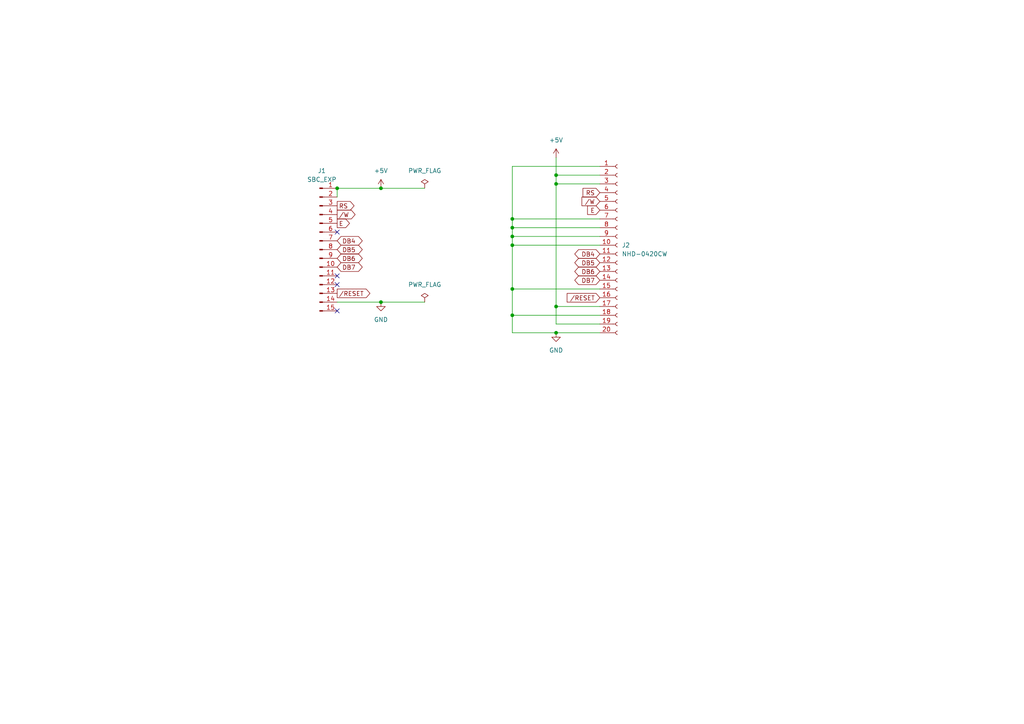
<source format=kicad_sch>
(kicad_sch (version 20211123) (generator eeschema)
  (paper "A4")
  (title_block (title "6502 SBC Expansion - NHD-0420CW interposer") (date "2022-03-07") (rev "2.2"))
  (lib_symbols
    (symbol "Connector:Conn_01x15_Male" (pin_names (offset 1.016) hide)
      (property "Reference" "J" (at 0 20.32 0))
      (property "Value" "Conn_01x15_Male" (at 0 -20.32 0))
      (symbol "Conn_01x15_Male_1_1"
        (polyline (pts (xy 1.27 -17.78) (xy 0.8636 -17.78)) (stroke (width 0.1524)))
        (polyline (pts (xy 1.27 -15.24) (xy 0.8636 -15.24)) (stroke (width 0.1524)))
        (polyline (pts (xy 1.27 -12.7) (xy 0.8636 -12.7)) (stroke (width 0.1524)))
        (polyline (pts (xy 1.27 -10.16) (xy 0.8636 -10.16)) (stroke (width 0.1524)))
        (polyline (pts (xy 1.27 -7.62) (xy 0.8636 -7.62)) (stroke (width 0.1524)))
        (polyline (pts (xy 1.27 -5.08) (xy 0.8636 -5.08)) (stroke (width 0.1524)))
        (polyline (pts (xy 1.27 -2.54) (xy 0.8636 -2.54)) (stroke (width 0.1524)))
        (polyline (pts (xy 1.27 0) (xy 0.8636 0)) (stroke (width 0.1524)))
        (polyline (pts (xy 1.27 2.54) (xy 0.8636 2.54)) (stroke (width 0.1524)))
        (polyline (pts (xy 1.27 5.08) (xy 0.8636 5.08)) (stroke (width 0.1524)))
        (polyline (pts (xy 1.27 7.62) (xy 0.8636 7.62)) (stroke (width 0.1524)))
        (polyline (pts (xy 1.27 10.16) (xy 0.8636 10.16)) (stroke (width 0.1524)))
        (polyline (pts (xy 1.27 12.7) (xy 0.8636 12.7)) (stroke (width 0.1524)))
        (polyline (pts (xy 1.27 15.24) (xy 0.8636 15.24)) (stroke (width 0.1524)))
        (polyline (pts (xy 1.27 17.78) (xy 0.8636 17.78)) (stroke (width 0.1524)))
        (rectangle (start 0.8636 -17.653) (end 0 -17.907) (stroke (width 0.1524)) (fill (type outline)))
        (rectangle (start 0.8636 -15.113) (end 0 -15.367) (stroke (width 0.1524)) (fill (type outline)))
        (rectangle (start 0.8636 -12.573) (end 0 -12.827) (stroke (width 0.1524)) (fill (type outline)))
        (rectangle (start 0.8636 -10.033) (end 0 -10.287) (stroke (width 0.1524)) (fill (type outline)))
        (rectangle (start 0.8636 -7.493) (end 0 -7.747) (stroke (width 0.1524)) (fill (type outline)))
        (rectangle (start 0.8636 -4.953) (end 0 -5.207) (stroke (width 0.1524)) (fill (type outline)))
        (rectangle (start 0.8636 -2.413) (end 0 -2.667) (stroke (width 0.1524)) (fill (type outline)))
        (rectangle (start 0.8636 0.127) (end 0 -0.127) (stroke (width 0.1524)) (fill (type outline)))
        (rectangle (start 0.8636 2.667) (end 0 2.413) (stroke (width 0.1524)) (fill (type outline)))
        (rectangle (start 0.8636 5.207) (end 0 4.953) (stroke (width 0.1524)) (fill (type outline)))
        (rectangle (start 0.8636 7.747) (end 0 7.493) (stroke (width 0.1524)) (fill (type outline)))
        (rectangle (start 0.8636 10.287) (end 0 10.033) (stroke (width 0.1524)) (fill (type outline)))
        (rectangle (start 0.8636 12.827) (end 0 12.573) (stroke (width 0.1524)) (fill (type outline)))
        (rectangle (start 0.8636 15.367) (end 0 15.113) (stroke (width 0.1524)) (fill (type outline)))
        (rectangle (start 0.8636 17.907) (end 0 17.653) (stroke (width 0.1524)) (fill (type outline)))
        (pin passive line (at 5.08 17.78 180) (length 3.81) (name "Pin_1") (number "1"))
        (pin passive line (at 5.08 -5.08 180) (length 3.81) (name "Pin_10") (number "10"))
        (pin passive line (at 5.08 -7.62 180) (length 3.81) (name "Pin_11") (number "11"))
        (pin passive line (at 5.08 -10.16 180) (length 3.81) (name "Pin_12") (number "12"))
        (pin passive line (at 5.08 -12.7 180) (length 3.81) (name "Pin_13") (number "13"))
        (pin passive line (at 5.08 -15.24 180) (length 3.81) (name "Pin_14") (number "14"))
        (pin passive line (at 5.08 -17.78 180) (length 3.81) (name "Pin_15") (number "15"))
        (pin passive line (at 5.08 15.24 180) (length 3.81) (name "Pin_2") (number "2"))
        (pin passive line (at 5.08 12.7 180) (length 3.81) (name "Pin_3") (number "3"))
        (pin passive line (at 5.08 10.16 180) (length 3.81) (name "Pin_4") (number "4"))
        (pin passive line (at 5.08 7.62 180) (length 3.81) (name "Pin_5") (number "5"))
        (pin passive line (at 5.08 5.08 180) (length 3.81) (name "Pin_6") (number "6"))
        (pin passive line (at 5.08 2.54 180) (length 3.81) (name "Pin_7") (number "7"))
        (pin passive line (at 5.08 0 180) (length 3.81) (name "Pin_8") (number "8"))
        (pin passive line (at 5.08 -2.54 180) (length 3.81) (name "Pin_9") (number "9"))
      )
    )
    (symbol "Connector:Conn_01x20_Female" (pin_names (offset 1.016) hide)
      (property "Reference" "J" (at 0 25.4 0))
      (property "Value" "Conn_01x20_Female" (at 0 -27.94 0))
      (symbol "Conn_01x20_Female_1_1"
        (arc (start 0 -24.892) (mid -0.508 -25.4) (end 0 -25.908) (stroke (width 0.1524)))
        (arc (start 0 -22.352) (mid -0.508 -22.86) (end 0 -23.368) (stroke (width 0.1524)))
        (arc (start 0 -19.812) (mid -0.508 -20.32) (end 0 -20.828) (stroke (width 0.1524)))
        (arc (start 0 -17.272) (mid -0.508 -17.78) (end 0 -18.288) (stroke (width 0.1524)))
        (arc (start 0 -14.732) (mid -0.508 -15.24) (end 0 -15.748) (stroke (width 0.1524)))
        (arc (start 0 -12.192) (mid -0.508 -12.7) (end 0 -13.208) (stroke (width 0.1524)))
        (arc (start 0 -9.652) (mid -0.508 -10.16) (end 0 -10.668) (stroke (width 0.1524)))
        (arc (start 0 -7.112) (mid -0.508 -7.62) (end 0 -8.128) (stroke (width 0.1524)))
        (arc (start 0 -4.572) (mid -0.508 -5.08) (end 0 -5.588) (stroke (width 0.1524)))
        (arc (start 0 -2.032) (mid -0.508 -2.54) (end 0 -3.048) (stroke (width 0.1524)))
        (polyline (pts (xy -1.27 -25.4) (xy -0.508 -25.4)) (stroke (width 0.1524)))
        (polyline (pts (xy -1.27 -22.86) (xy -0.508 -22.86)) (stroke (width 0.1524)))
        (polyline (pts (xy -1.27 -20.32) (xy -0.508 -20.32)) (stroke (width 0.1524)))
        (polyline (pts (xy -1.27 -17.78) (xy -0.508 -17.78)) (stroke (width 0.1524)))
        (polyline (pts (xy -1.27 -15.24) (xy -0.508 -15.24)) (stroke (width 0.1524)))
        (polyline (pts (xy -1.27 -12.7) (xy -0.508 -12.7)) (stroke (width 0.1524)))
        (polyline (pts (xy -1.27 -10.16) (xy -0.508 -10.16)) (stroke (width 0.1524)))
        (polyline (pts (xy -1.27 -7.62) (xy -0.508 -7.62)) (stroke (width 0.1524)))
        (polyline (pts (xy -1.27 -5.08) (xy -0.508 -5.08)) (stroke (width 0.1524)))
        (polyline (pts (xy -1.27 -2.54) (xy -0.508 -2.54)) (stroke (width 0.1524)))
        (polyline (pts (xy -1.27 0) (xy -0.508 0)) (stroke (width 0.1524)))
        (polyline (pts (xy -1.27 2.54) (xy -0.508 2.54)) (stroke (width 0.1524)))
        (polyline (pts (xy -1.27 5.08) (xy -0.508 5.08)) (stroke (width 0.1524)))
        (polyline (pts (xy -1.27 7.62) (xy -0.508 7.62)) (stroke (width 0.1524)))
        (polyline (pts (xy -1.27 10.16) (xy -0.508 10.16)) (stroke (width 0.1524)))
        (polyline (pts (xy -1.27 12.7) (xy -0.508 12.7)) (stroke (width 0.1524)))
        (polyline (pts (xy -1.27 15.24) (xy -0.508 15.24)) (stroke (width 0.1524)))
        (polyline (pts (xy -1.27 17.78) (xy -0.508 17.78)) (stroke (width 0.1524)))
        (polyline (pts (xy -1.27 20.32) (xy -0.508 20.32)) (stroke (width 0.1524)))
        (polyline (pts (xy -1.27 22.86) (xy -0.508 22.86)) (stroke (width 0.1524)))
        (arc (start 0 0.508) (mid -0.508 0) (end 0 -0.508) (stroke (width 0.1524)))
        (arc (start 0 3.048) (mid -0.508 2.54) (end 0 2.032) (stroke (width 0.1524)))
        (arc (start 0 5.588) (mid -0.508 5.08) (end 0 4.572) (stroke (width 0.1524)))
        (arc (start 0 8.128) (mid -0.508 7.62) (end 0 7.112) (stroke (width 0.1524)))
        (arc (start 0 10.668) (mid -0.508 10.16) (end 0 9.652) (stroke (width 0.1524)))
        (arc (start 0 13.208) (mid -0.508 12.7) (end 0 12.192) (stroke (width 0.1524)))
        (arc (start 0 15.748) (mid -0.508 15.24) (end 0 14.732) (stroke (width 0.1524)))
        (arc (start 0 18.288) (mid -0.508 17.78) (end 0 17.272) (stroke (width 0.1524)))
        (arc (start 0 20.828) (mid -0.508 20.32) (end 0 19.812) (stroke (width 0.1524)))
        (arc (start 0 23.368) (mid -0.508 22.86) (end 0 22.352) (stroke (width 0.1524)))
        (pin passive line (at -5.08 22.86 0) (length 3.81) (name "Pin_1") (number "1"))
        (pin passive line (at -5.08 0 0) (length 3.81) (name "Pin_10") (number "10"))
        (pin passive line (at -5.08 -2.54 0) (length 3.81) (name "Pin_11") (number "11"))
        (pin passive line (at -5.08 -5.08 0) (length 3.81) (name "Pin_12") (number "12"))
        (pin passive line (at -5.08 -7.62 0) (length 3.81) (name "Pin_13") (number "13"))
        (pin passive line (at -5.08 -10.16 0) (length 3.81) (name "Pin_14") (number "14"))
        (pin passive line (at -5.08 -12.7 0) (length 3.81) (name "Pin_15") (number "15"))
        (pin passive line (at -5.08 -15.24 0) (length 3.81) (name "Pin_16") (number "16"))
        (pin passive line (at -5.08 -17.78 0) (length 3.81) (name "Pin_17") (number "17"))
        (pin passive line (at -5.08 -20.32 0) (length 3.81) (name "Pin_18") (number "18"))
        (pin passive line (at -5.08 -22.86 0) (length 3.81) (name "Pin_19") (number "19"))
        (pin passive line (at -5.08 20.32 0) (length 3.81) (name "Pin_2") (number "2"))
        (pin passive line (at -5.08 -25.4 0) (length 3.81) (name "Pin_20") (number "20"))
        (pin passive line (at -5.08 17.78 0) (length 3.81) (name "Pin_3") (number "3"))
        (pin passive line (at -5.08 15.24 0) (length 3.81) (name "Pin_4") (number "4"))
        (pin passive line (at -5.08 12.7 0) (length 3.81) (name "Pin_5") (number "5"))
        (pin passive line (at -5.08 10.16 0) (length 3.81) (name "Pin_6") (number "6"))
        (pin passive line (at -5.08 7.62 0) (length 3.81) (name "Pin_7") (number "7"))
        (pin passive line (at -5.08 5.08 0) (length 3.81) (name "Pin_8") (number "8"))
        (pin passive line (at -5.08 2.54 0) (length 3.81) (name "Pin_9") (number "9"))
      )
    )
    (symbol "power:+5V" (power) (pin_names (offset 0))
      (property "Value" "+5V" (at 0 3.556 0))
      (symbol "+5V_0_1"
        (polyline (pts (xy -0.762 1.27) (xy 0 2.54)))
        (polyline (pts (xy 0 0) (xy 0 2.54)))
        (polyline (pts (xy 0 2.54) (xy 0.762 1.27)))
      )
      (symbol "+5V_1_1"
        (pin power_in line (at 0 0 90) (length 0) hide (name "+5V") (number "1"))
      )
    )
    (symbol "power:GND" (power) (pin_names (offset 0))
      (property "Value" "GND" (at 0 -3.81 0))
      (symbol "GND_0_1"
        (polyline (pts (xy 0 0) (xy 0 -1.27) (xy 1.27 -1.27) (xy 0 -2.54) (xy -1.27 -1.27) (xy 0 -1.27)))
      )
      (symbol "GND_1_1"
        (pin power_in line (at 0 0 270) (length 0) hide (name "GND") (number "1"))
      )
    )
    (symbol "power:PWR_FLAG" (power) (pin_numbers hide) (pin_names (offset 0) hide)
      (property "Value" "PWR_FLAG" (at 0 3.81 0))
      (symbol "PWR_FLAG_0_0"
        (pin power_out line (at 0 0 90) (length 0) (name "pwr") (number "1"))
      )
      (symbol "PWR_FLAG_0_1"
        (polyline (pts (xy 0 0) (xy 0 1.27) (xy -1.016 1.905) (xy 0 2.54) (xy 1.016 1.905) (xy 0 1.27)))
      )
    )
  )
  (junction (at 148.59 68.58))
  (junction (at 161.29 88.9))
  (junction (at 148.59 71.12))
  (junction (at 148.59 66.04))
  (junction (at 161.29 53.34))
  (junction (at 148.59 91.44))
  (junction (at 161.29 96.52))
  (junction (at 110.49 87.63))
  (junction (at 110.49 54.61))
  (junction (at 97.79 54.61))
  (junction (at 148.59 83.82))
  (junction (at 161.29 50.8))
  (junction (at 148.59 63.5))
  (no_connect (at 97.79 90.17))
  (no_connect (at 97.79 67.31))
  (no_connect (at 97.79 82.55))
  (no_connect (at 97.79 80.01))
  (wire (pts (xy 173.99 68.58) (xy 148.59 68.58)))
  (wire (pts (xy 148.59 71.12) (xy 148.59 83.82)))
  (wire (pts (xy 148.59 96.52) (xy 161.29 96.52)))
  (wire (pts (xy 148.59 48.26) (xy 148.59 63.5)))
  (wire (pts (xy 148.59 48.26) (xy 173.99 48.26)))
  (wire (pts (xy 148.59 83.82) (xy 148.59 91.44)))
  (wire (pts (xy 110.49 87.63) (xy 123.19 87.63)))
  (wire (pts (xy 161.29 96.52) (xy 173.99 96.52)))
  (wire (pts (xy 148.59 66.04) (xy 148.59 68.58)))
  (wire (pts (xy 161.29 88.9) (xy 173.99 88.9)))
  (wire (pts (xy 161.29 45.72) (xy 161.29 50.8)))
  (wire (pts (xy 148.59 63.5) (xy 148.59 66.04)))
  (wire (pts (xy 161.29 93.98) (xy 173.99 93.98)))
  (wire (pts (xy 173.99 66.04) (xy 148.59 66.04)))
  (wire (pts (xy 161.29 53.34) (xy 161.29 88.9)))
  (wire (pts (xy 173.99 63.5) (xy 148.59 63.5)))
  (wire (pts (xy 148.59 91.44) (xy 148.59 96.52)))
  (wire (pts (xy 110.49 54.61) (xy 123.19 54.61)))
  (wire (pts (xy 173.99 71.12) (xy 148.59 71.12)))
  (wire (pts (xy 97.79 87.63) (xy 110.49 87.63)))
  (wire (pts (xy 161.29 88.9) (xy 161.29 93.98)))
  (wire (pts (xy 161.29 50.8) (xy 173.99 50.8)))
  (wire (pts (xy 148.59 68.58) (xy 148.59 71.12)))
  (wire (pts (xy 97.79 54.61) (xy 110.49 54.61)))
  (wire (pts (xy 161.29 53.34) (xy 173.99 53.34)))
  (wire (pts (xy 173.99 91.44) (xy 148.59 91.44)))
  (wire (pts (xy 97.79 54.61) (xy 97.79 57.15)))
  (wire (pts (xy 173.99 83.82) (xy 148.59 83.82)))
  (wire (pts (xy 161.29 50.8) (xy 161.29 53.34)))
  (global_label "{slash}W" (shape output) (at 97.79 62.23 0) (property "Intersheet References" "${INTERSHEET_REFS}" (effects hide)))
  (global_label "DB7" (shape bidirectional) (at 97.79 77.47 0) (property "Intersheet References" "${INTERSHEET_REFS}" (effects hide)))
  (global_label "DB6" (shape bidirectional) (at 97.79 74.93 0) (property "Intersheet References" "${INTERSHEET_REFS}" (effects hide)))
  (global_label "E" (shape input) (at 173.99 60.96 180) (property "Intersheet References" "${INTERSHEET_REFS}" (effects hide)))
  (global_label "DB7" (shape bidirectional) (at 173.99 81.28 180) (property "Intersheet References" "${INTERSHEET_REFS}" (effects hide)))
  (global_label "DB5" (shape bidirectional) (at 97.79 72.39 0) (property "Intersheet References" "${INTERSHEET_REFS}" (effects hide)))
  (global_label "DB4" (shape bidirectional) (at 173.99 73.66 180) (property "Intersheet References" "${INTERSHEET_REFS}" (effects hide)))
  (global_label "RS" (shape input) (at 173.99 55.88 180) (property "Intersheet References" "${INTERSHEET_REFS}" (effects hide)))
  (global_label "{slash}RESET" (shape output) (at 97.79 85.09 0) (property "Intersheet References" "${INTERSHEET_REFS}" (effects hide)))
  (global_label "RS" (shape output) (at 97.79 59.69 0) (property "Intersheet References" "${INTERSHEET_REFS}" (effects hide)))
  (global_label "DB4" (shape bidirectional) (at 97.79 69.85 0) (property "Intersheet References" "${INTERSHEET_REFS}" (effects hide)))
  (global_label "DB5" (shape bidirectional) (at 173.99 76.2 180) (property "Intersheet References" "${INTERSHEET_REFS}" (effects hide)))
  (global_label "DB6" (shape bidirectional) (at 173.99 78.74 180) (property "Intersheet References" "${INTERSHEET_REFS}" (effects hide)))
  (global_label "{slash}W" (shape input) (at 173.99 58.42 180) (property "Intersheet References" "${INTERSHEET_REFS}" (effects hide)))
  (global_label "E" (shape output) (at 97.79 64.77 0) (property "Intersheet References" "${INTERSHEET_REFS}" (effects hide)))
  (global_label "{slash}RESET" (shape input) (at 173.99 86.36 180) (property "Intersheet References" "${INTERSHEET_REFS}" (effects hide)))
  (symbol (lib_id "power:PWR_FLAG") (at 123.19 54.61 0) (mirror y) (unit 1)
    (property "Reference" "#FLG0101" (effects hide))
    (property "Value" "PWR_FLAG" (at 123.19 49.53 0))
  )
  (symbol (lib_id "power:PWR_FLAG") (at 123.19 87.63 0) (mirror y) (unit 1)
    (property "Reference" "#FLG0102" (effects hide))
    (property "Value" "PWR_FLAG" (at 123.19 82.55 0))
  )
  (symbol (lib_id "Connector:Conn_01x20_Female") (at 179.07 71.12 0) (unit 1)
    (property "Reference" "J2" (at 180.34 71.1199 0) (effects (justify left)))
    (property "Value" "NHD-0420CW" (at 180.34 73.6599 0) (effects (justify left)))
    (property "Footprint" "Connector_PinSocket_2.54mm:PinSocket_1x20_P2.54mm_Vertical" (effects hide))
  )
  (symbol (lib_id "power:+5V") (at 110.49 54.61 0) (mirror y) (unit 1)
    (property "Reference" "#PWR0101" (effects hide))
    (property "Value" "+5V" (at 110.49 49.53 0))
  )
  (symbol (lib_id "power:+5V") (at 161.29 45.72 0) (mirror y) (unit 1)
    (property "Reference" "#PWR0104" (effects hide))
    (property "Value" "+5V" (at 161.29 40.64 0))
  )
  (symbol (lib_id "Connector:Conn_01x15_Male") (at 92.71 72.39 0) (unit 1)
    (property "Reference" "J1" (at 93.345 49.53 0))
    (property "Value" "SBC_EXP" (at 93.345 52.07 0))
    (property "Footprint" "Connector_PinHeader_2.54mm:PinHeader_1x15_P2.54mm_Vertical" (effects hide))
  )
  (symbol (lib_id "power:GND") (at 110.49 87.63 0) (unit 1)
    (property "Reference" "#PWR0102" (effects hide))
    (property "Value" "GND" (at 110.49 92.71 0))
  )
  (symbol (lib_id "power:GND") (at 161.29 96.52 0) (unit 1)
    (property "Reference" "#PWR0103" (effects hide))
    (property "Value" "GND" (at 161.29 101.6 0))
  )
)
</source>
